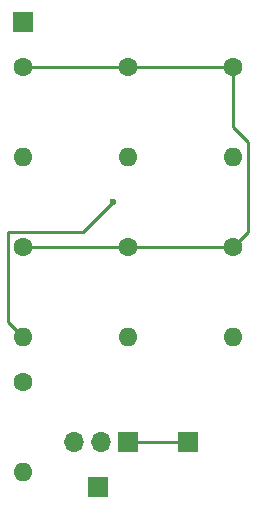
<source format=gbr>
G04 #@! TF.FileFunction,Copper,L2,Bot,Signal*
%FSLAX46Y46*%                          // Format specification, LA = backwards compatible, XNM-YNM where N = # of integer digits, M = # of decimal digits
G04 Gerber Fmt 4.6, Leading zero omitted, Abs format (unit mm)*
G04 Created by KiCad (PCBNEW 4.0.7-e2-6376~58~ubuntu16.04.1) date Wed Feb 21 21:54:52 2018*
%MOMM*%                                // Coordinate format, IN = inches, MM = millimeters
%LPD*%                                 //
G01*
G04 APERTURE LIST*                     // Aperture list
%ADD10C,0.100000*%                     // ADD(D-code number/aperture number)(aperture name),(modifiers set = modifierX)*
%ADD11R,1.700000X1.700000*%            // Starts at 10: D10 = AD10C
%ADD12O,1.700000X1.700000*%            // C= circle, R = rect, O = obround, P = polygon
%ADD13C,1.600000*%
%ADD14O,1.600000X1.600000*%
%ADD15C,0.600000*%
%ADD16C,0.250000*%
G04 APERTURE END LIST*
D10*                                   // Starting aperture 1
D11*                                   // D01, D02, D03 = operation codes
X46990000Y-40640000D03*                // D01 = moves to point, while drawing
X55880000Y-76200000D03*                // D02 = moves to point, no draw
D12*                                   // D03 = sets origin to that point
X53594000Y-76200000D03*
X51308000Y-76200000D03*                // G-commands =
D13*
X46990000Y-71120000D03*
D14*
X46990000Y-78740000D03*
D13*
X46990000Y-44450000D03*
D14*
X46990000Y-52070000D03*
D13*
X46990000Y-59690000D03*
D14*
X46990000Y-67310000D03*
D13*
X55880000Y-44450000D03*
D14*
X55880000Y-52070000D03*
D13*
X55880000Y-59690000D03*
D14*
X55880000Y-67310000D03*
D13*
X64770000Y-44450000D03*
D14*
X64770000Y-52070000D03*
D13*
X64770000Y-59690000D03*
D14*
X64770000Y-67310000D03*
D11*
X53340000Y-80010000D03*
X60960000Y-76200000D03*
D15*
X54610000Y-55880000D03*
D16*
X54610000Y-55880000D02*
X52070000Y-58420000D01*
X52070000Y-58420000D02*
X45720000Y-58420000D01*
X45720000Y-58420000D02*
X45720000Y-66040000D01*
X45720000Y-66040000D02*
X46990000Y-67310000D01*
X55880000Y-76200000D02*
X60960000Y-76200000D01*
X64770000Y-44450000D02*
X64770000Y-49530000D01*
X64770000Y-49530000D02*
X66040000Y-50800000D01*
X66040000Y-50800000D02*
X66040000Y-58420000D01*
X66040000Y-58420000D02*
X64770000Y-59690000D01*
X55880000Y-44450000D02*
X64770000Y-44450000D01*
X64770000Y-59690000D02*
X55880000Y-59690000D01*
X55880000Y-59690000D02*
X46990000Y-59690000D01*
X46990000Y-44450000D02*
X55880000Y-44450000D01*
M02*

</source>
